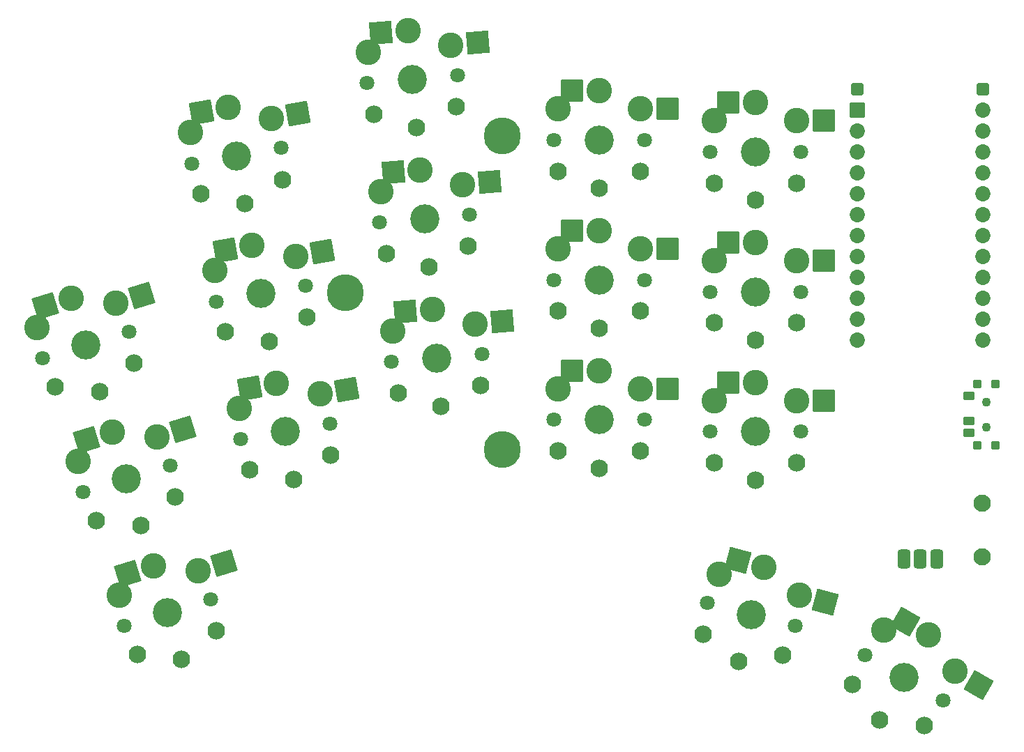
<source format=gbs>
%TF.GenerationSoftware,KiCad,Pcbnew,(6.0.4-0)*%
%TF.CreationDate,2022-04-29T17:43:53+02:00*%
%TF.ProjectId,batta,62617474-612e-46b6-9963-61645f706362,v1.0.0*%
%TF.SameCoordinates,Original*%
%TF.FileFunction,Soldermask,Bot*%
%TF.FilePolarity,Negative*%
%FSLAX46Y46*%
G04 Gerber Fmt 4.6, Leading zero omitted, Abs format (unit mm)*
G04 Created by KiCad (PCBNEW (6.0.4-0)) date 2022-04-29 17:43:53*
%MOMM*%
%LPD*%
G01*
G04 APERTURE LIST*
G04 Aperture macros list*
%AMRoundRect*
0 Rectangle with rounded corners*
0 $1 Rounding radius*
0 $2 $3 $4 $5 $6 $7 $8 $9 X,Y pos of 4 corners*
0 Add a 4 corners polygon primitive as box body*
4,1,4,$2,$3,$4,$5,$6,$7,$8,$9,$2,$3,0*
0 Add four circle primitives for the rounded corners*
1,1,$1+$1,$2,$3*
1,1,$1+$1,$4,$5*
1,1,$1+$1,$6,$7*
1,1,$1+$1,$8,$9*
0 Add four rect primitives between the rounded corners*
20,1,$1+$1,$2,$3,$4,$5,0*
20,1,$1+$1,$4,$5,$6,$7,0*
20,1,$1+$1,$6,$7,$8,$9,0*
20,1,$1+$1,$8,$9,$2,$3,0*%
G04 Aperture macros list end*
%ADD10C,4.500000*%
%ADD11RoundRect,0.425000X-0.375000X-0.750000X0.375000X-0.750000X0.375000X0.750000X-0.375000X0.750000X0*%
%ADD12C,2.100000*%
%ADD13C,3.100000*%
%ADD14C,1.801800*%
%ADD15C,3.529000*%
%ADD16RoundRect,0.050000X-1.054507X-1.505993X1.505993X-1.054507X1.054507X1.505993X-1.505993X1.054507X0*%
%ADD17C,2.132000*%
%ADD18RoundRect,0.050000X-1.181751X-1.408356X1.408356X-1.181751X1.181751X1.408356X-1.408356X1.181751X0*%
%ADD19RoundRect,0.050000X-1.300000X-1.300000X1.300000X-1.300000X1.300000X1.300000X-1.300000X1.300000X0*%
%ADD20RoundRect,0.050000X-1.775833X-0.475833X0.475833X-1.775833X1.775833X0.475833X-0.475833X1.775833X0*%
%ADD21RoundRect,0.050000X-0.450000X0.450000X-0.450000X-0.450000X0.450000X-0.450000X0.450000X0.450000X0*%
%ADD22C,1.100000*%
%ADD23RoundRect,0.050000X-0.625000X0.450000X-0.625000X-0.450000X0.625000X-0.450000X0.625000X0.450000X0*%
%ADD24RoundRect,0.050000X-0.863113X-1.623279X1.623279X-0.863113X0.863113X1.623279X-1.623279X0.863113X0*%
%ADD25RoundRect,0.050000X-1.592168X-0.919239X0.919239X-1.592168X1.592168X0.919239X-0.919239X1.592168X0*%
%ADD26RoundRect,0.050000X-0.876300X0.876300X-0.876300X-0.876300X0.876300X-0.876300X0.876300X0.876300X0*%
%ADD27C,1.852600*%
%ADD28RoundRect,0.425000X-0.375000X-0.375000X0.375000X-0.375000X0.375000X0.375000X-0.375000X0.375000X0*%
G04 APERTURE END LIST*
D10*
%TO.C,REF\u002A\u002A*%
X84582000Y88138000D03*
X103632000Y107188000D03*
X103632000Y69088000D03*
%TD*%
D11*
%TO.C,PAD1*%
X152411087Y55816483D03*
X156411087Y55816483D03*
X154411087Y55816483D03*
%TD*%
D12*
%TO.C,B1*%
X161911087Y56066483D03*
X161911087Y62566483D03*
%TD*%
D13*
%TO.C,S11*%
X75659968Y109306337D03*
X70353903Y110604673D03*
X70353903Y110604673D03*
D14*
X65970667Y103790002D03*
D13*
X65811891Y107569855D03*
D15*
X71387110Y104745067D03*
D14*
X76803553Y105700132D03*
D16*
X67128658Y110035975D03*
X78885213Y109875035D03*
%TD*%
D14*
%TO.C,S34*%
X157191785Y38610213D03*
D15*
X152428645Y41360213D03*
D14*
X147665505Y44110213D03*
D17*
X146198518Y40569316D03*
X154858772Y35569316D03*
X149478645Y36250663D03*
X149478645Y36250663D03*
%TD*%
D15*
%TO.C,S15*%
X94221643Y97114167D03*
D14*
X99700714Y97593524D03*
D13*
X98875782Y101285676D03*
X93703066Y103041525D03*
X93703066Y103041525D03*
X88913835Y100414118D03*
D14*
X88742572Y96634810D03*
D18*
X90440529Y102756090D03*
X102138320Y101571111D03*
%TD*%
D13*
%TO.C,S21*%
X115411087Y95636017D03*
D14*
X109911087Y89686017D03*
D13*
X115411087Y95636017D03*
X120411087Y93436017D03*
D14*
X120911087Y89686017D03*
D13*
X110411087Y93436017D03*
D15*
X115411087Y89686017D03*
D19*
X112136087Y95636017D03*
X123686087Y93436017D03*
%TD*%
D14*
%TO.C,S8*%
X71874705Y70306538D03*
X82707591Y72216668D03*
D15*
X77291148Y71261603D03*
D17*
X73026972Y66651093D03*
X82875050Y68387574D03*
X78315672Y65451237D03*
X78315672Y65451237D03*
%TD*%
D15*
%TO.C,S14*%
X95703291Y80178857D03*
D14*
X101182362Y80658214D03*
X90224220Y79699500D03*
D17*
X91053509Y75957538D03*
X101015456Y76829096D03*
X96217510Y74301308D03*
X96217510Y74301308D03*
%TD*%
D15*
%TO.C,S20*%
X115411087Y72686017D03*
D14*
X109911087Y72686017D03*
X120911087Y72686017D03*
D17*
X120411087Y68886017D03*
X110411087Y68886017D03*
X115411087Y66786017D03*
X115411087Y66786017D03*
%TD*%
D14*
%TO.C,S28*%
X128877759Y88246289D03*
X139877759Y88246289D03*
D15*
X134377759Y88246289D03*
D17*
X129377759Y84446289D03*
X139377759Y84446289D03*
X134377759Y82346289D03*
X134377759Y82346289D03*
%TD*%
D15*
%TO.C,S26*%
X134377759Y71246289D03*
D14*
X128877759Y71246289D03*
X139877759Y71246289D03*
D17*
X129377759Y67446289D03*
X139377759Y67446289D03*
X134377759Y65346289D03*
X134377759Y65346289D03*
%TD*%
D13*
%TO.C,S29*%
X134377759Y111196289D03*
X134377759Y111196289D03*
D14*
X139877759Y105246289D03*
D15*
X134377759Y105246289D03*
D13*
X139377759Y108996289D03*
X129377759Y108996289D03*
D14*
X128877759Y105246289D03*
D19*
X131102759Y111196289D03*
X142652759Y108996289D03*
%TD*%
D15*
%TO.C,S33*%
X152428645Y41360213D03*
D13*
X155403645Y46513064D03*
X149973518Y47107808D03*
D14*
X147665505Y44110213D03*
D13*
X155403645Y46513064D03*
X158633772Y42107808D03*
D14*
X157191785Y38610213D03*
D20*
X152567412Y48150564D03*
X161470005Y40470308D03*
%TD*%
D13*
%TO.C,S7*%
X71715929Y74086391D03*
X81564006Y75822873D03*
X76257941Y77121209D03*
D14*
X71874705Y70306538D03*
D13*
X76257941Y77121209D03*
D14*
X82707591Y72216668D03*
D15*
X77291148Y71261603D03*
D16*
X73032696Y76552511D03*
X84789251Y76391571D03*
%TD*%
D14*
%TO.C,S2*%
X57770005Y47649137D03*
D15*
X63029681Y49257181D03*
D14*
X68289357Y50865225D03*
D17*
X59359170Y44161364D03*
X68922217Y47085081D03*
X64754674Y43614983D03*
X64754674Y43614983D03*
%TD*%
D21*
%TO.C,T2*%
X163511087Y69616483D03*
X163511087Y77016483D03*
X161311087Y69616483D03*
X161311087Y77016483D03*
D22*
X162411087Y74816483D03*
X162411087Y71816483D03*
D23*
X160336087Y75566483D03*
X160336087Y72566483D03*
X160336087Y71066483D03*
%TD*%
D14*
%TO.C,S1*%
X68289357Y50865225D03*
D13*
X66714811Y54305182D03*
X61290069Y54947194D03*
X61290069Y54947194D03*
D15*
X63029681Y49257181D03*
D13*
X57151763Y51381465D03*
D14*
X57770005Y47649137D03*
D24*
X58158171Y53989677D03*
X69846709Y55262700D03*
%TD*%
D15*
%TO.C,S5*%
X53089043Y81771543D03*
D14*
X58348719Y83379587D03*
D13*
X51349431Y87461556D03*
X51349431Y87461556D03*
D14*
X47829367Y80163499D03*
D13*
X47211125Y83895827D03*
X56774173Y86819544D03*
D24*
X48217533Y86504039D03*
X59906071Y87777062D03*
%TD*%
D13*
%TO.C,S27*%
X129377759Y91996289D03*
D14*
X139877759Y88246289D03*
D15*
X134377759Y88246289D03*
D13*
X139377759Y91996289D03*
X134377759Y94196289D03*
X134377759Y94196289D03*
D14*
X128877759Y88246289D03*
D19*
X131102759Y94196289D03*
X142652759Y91996289D03*
%TD*%
D13*
%TO.C,S9*%
X68763910Y90828123D03*
D15*
X74339129Y88003335D03*
D13*
X73305922Y93862941D03*
X78611987Y92564605D03*
D14*
X68922686Y87048270D03*
D13*
X73305922Y93862941D03*
D14*
X79755572Y88958400D03*
D16*
X70080677Y93294243D03*
X81837232Y93133303D03*
%TD*%
D14*
%TO.C,S16*%
X99700714Y97593524D03*
D15*
X94221643Y97114167D03*
D14*
X88742572Y96634810D03*
D17*
X99533808Y93764406D03*
X89571861Y92892848D03*
X94735862Y91236618D03*
X94735862Y91236618D03*
%TD*%
D14*
%TO.C,S30*%
X139877759Y105246289D03*
X128877759Y105246289D03*
D15*
X134377759Y105246289D03*
D17*
X139377759Y101446289D03*
X129377759Y101446289D03*
X134377759Y99346289D03*
X134377759Y99346289D03*
%TD*%
D14*
%TO.C,S13*%
X90224220Y79699500D03*
X101182362Y80658214D03*
D15*
X95703291Y80178857D03*
D13*
X95184714Y86106215D03*
X100357430Y84350366D03*
X95184714Y86106215D03*
X90395483Y83478808D03*
D18*
X91922177Y85820780D03*
X103619968Y84635801D03*
%TD*%
D14*
%TO.C,S24*%
X109911087Y106686017D03*
X120911087Y106686017D03*
D15*
X115411087Y106686017D03*
D17*
X110411087Y102886017D03*
X120411087Y102886017D03*
X115411087Y100786017D03*
X115411087Y100786017D03*
%TD*%
D14*
%TO.C,S17*%
X87260925Y113570120D03*
D15*
X92739996Y114049477D03*
D14*
X98219067Y114528834D03*
D13*
X87432188Y117349428D03*
X97394135Y118220986D03*
X92221419Y119976835D03*
X92221419Y119976835D03*
D18*
X88958882Y119691400D03*
X100656673Y118506421D03*
%TD*%
D14*
%TO.C,S4*%
X52799686Y63906318D03*
X63319038Y67122406D03*
D15*
X58059362Y65514362D03*
D17*
X54388851Y60418545D03*
X63951898Y63342262D03*
X59784355Y59872164D03*
X59784355Y59872164D03*
%TD*%
D14*
%TO.C,S10*%
X79755572Y88958400D03*
X68922686Y87048270D03*
D15*
X74339129Y88003335D03*
D17*
X70074953Y83392825D03*
X79923031Y85129306D03*
X75363653Y82192969D03*
X75363653Y82192969D03*
%TD*%
D14*
%TO.C,S22*%
X109911087Y89686017D03*
X120911087Y89686017D03*
D15*
X115411087Y89686017D03*
D17*
X110411087Y85886017D03*
X120411087Y85886017D03*
X115411087Y83786017D03*
X115411087Y83786017D03*
%TD*%
D15*
%TO.C,S31*%
X133891046Y49038738D03*
D14*
X128578454Y50462243D03*
D13*
X135431019Y54785997D03*
X139691247Y51366865D03*
X135431019Y54785997D03*
X130031988Y53955055D03*
D14*
X139203638Y47615233D03*
D25*
X132267612Y55633629D03*
X142854654Y50519232D03*
%TD*%
D26*
%TO.C,MCU1*%
X146791087Y110286483D03*
D27*
X146791087Y107746483D03*
X146791087Y105206483D03*
X146791087Y102666483D03*
X146791087Y100126483D03*
X146791087Y97586483D03*
X146791087Y95046483D03*
X146791087Y92506483D03*
X146791087Y89966483D03*
X146791087Y87426483D03*
X146791087Y84886483D03*
X146791087Y82346483D03*
X162031087Y110286483D03*
X162031087Y107746483D03*
X162031087Y105206483D03*
X162031087Y102666483D03*
X162031087Y100126483D03*
X162031087Y97586483D03*
X162031087Y95046483D03*
X162031087Y92506483D03*
X162031087Y89966483D03*
X162031087Y87426483D03*
X162031087Y84886483D03*
X162031087Y82346483D03*
D28*
X146791087Y112826483D03*
X162031087Y112826483D03*
%TD*%
D14*
%TO.C,S3*%
X52799686Y63906318D03*
D13*
X52181444Y67638646D03*
D15*
X58059362Y65514362D03*
D13*
X61744492Y70562363D03*
X56319750Y71204375D03*
X56319750Y71204375D03*
D14*
X63319038Y67122406D03*
D24*
X53187852Y70246858D03*
X64876390Y71519881D03*
%TD*%
D14*
%TO.C,S32*%
X139203638Y47615233D03*
D15*
X133891046Y49038738D03*
D14*
X128578454Y50462243D03*
D17*
X137737163Y44074125D03*
X128077904Y46662315D03*
X132364014Y43339776D03*
X132364014Y43339776D03*
%TD*%
D15*
%TO.C,S12*%
X71387110Y104745067D03*
D14*
X65970667Y103790002D03*
X76803553Y105700132D03*
D17*
X76971012Y101871038D03*
X67122934Y100134557D03*
X72411634Y98934701D03*
X72411634Y98934701D03*
%TD*%
D15*
%TO.C,S23*%
X115411087Y106686017D03*
D14*
X120911087Y106686017D03*
D13*
X115411087Y112636017D03*
X115411087Y112636017D03*
X110411087Y110436017D03*
X120411087Y110436017D03*
D14*
X109911087Y106686017D03*
D19*
X112136087Y112636017D03*
X123686087Y110436017D03*
%TD*%
D13*
%TO.C,S25*%
X134377759Y77196289D03*
D15*
X134377759Y71246289D03*
D13*
X129377759Y74996289D03*
D14*
X139877759Y71246289D03*
D13*
X134377759Y77196289D03*
X139377759Y74996289D03*
D14*
X128877759Y71246289D03*
D19*
X131102759Y77196289D03*
X142652759Y74996289D03*
%TD*%
D14*
%TO.C,S6*%
X47829367Y80163499D03*
X58348719Y83379587D03*
D15*
X53089043Y81771543D03*
D17*
X49418532Y76675726D03*
X58981579Y79599443D03*
X54814036Y76129345D03*
X54814036Y76129345D03*
%TD*%
D15*
%TO.C,S19*%
X115411087Y72686017D03*
D13*
X115411087Y78636017D03*
X110411087Y76436017D03*
D14*
X120911087Y72686017D03*
X109911087Y72686017D03*
D13*
X120411087Y76436017D03*
X115411087Y78636017D03*
D19*
X112136087Y78636017D03*
X123686087Y76436017D03*
%TD*%
D14*
%TO.C,S18*%
X98219067Y114528834D03*
D15*
X92739996Y114049477D03*
D14*
X87260925Y113570120D03*
D17*
X88090214Y109828158D03*
X98052161Y110699716D03*
X93254215Y108171928D03*
X93254215Y108171928D03*
%TD*%
M02*

</source>
